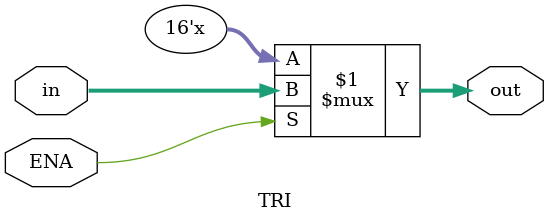
<source format=v>
module TRI (
    input [15:0] in,
    input ENA,
    output [15:0] out
);

    assign out = ENA ? in : 16'bz;
endmodule
</source>
